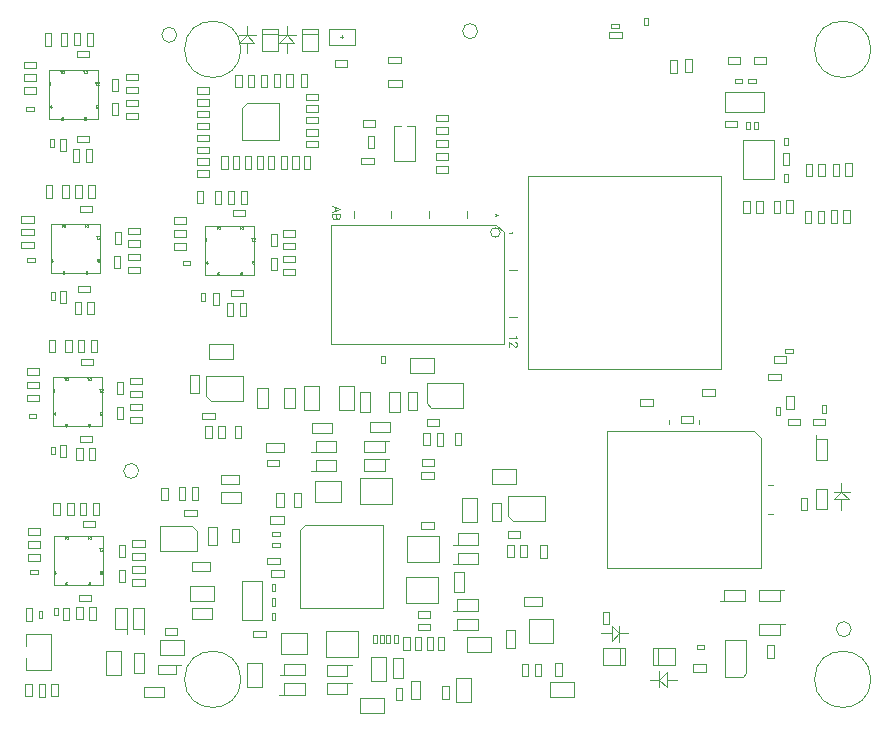
<source format=gbr>
%TF.GenerationSoftware,Altium Limited,Altium Designer,25.7.1 (20)*%
G04 Layer_Color=10517442*
%FSLAX45Y45*%
%MOMM*%
%TF.SameCoordinates,1AA72D45-9F13-4BD8-B423-63960E99F270*%
%TF.FilePolarity,Positive*%
%TF.FileFunction,Other,Top_Assembly*%
%TF.Part,Single*%
G01*
G75*
%TA.AperFunction,NonConductor*%
%ADD106C,0.05080*%
%ADD107C,0.00025*%
%ADD108C,0.02540*%
%ADD109C,0.02032*%
D106*
X4218483Y4184671D02*
G03*
X4218483Y4184671I-39999J0D01*
G01*
X4319050Y4184675D02*
X4320260Y4182257D01*
X4323887Y4178629D01*
X4298493D01*
X4349887Y3304667D02*
X4352910Y3298621D01*
X4361979Y3289551D01*
X4298493D01*
X4346863Y3255087D02*
X4349887D01*
X4355933Y3252064D01*
X4358956Y3249041D01*
X4361979Y3242995D01*
Y3230902D01*
X4358956Y3224856D01*
X4355933Y3221832D01*
X4349887Y3218809D01*
X4343840D01*
X4337794Y3221832D01*
X4328724Y3227879D01*
X4298493Y3258110D01*
Y3215786D01*
X4178478Y4325322D02*
X4203872Y4334996D01*
X4178478Y4344670D01*
X4186943Y4341042D02*
Y4328949D01*
X2798496Y4356294D02*
X2861982Y4380479D01*
X2798496Y4404665D01*
X2819658Y4395595D02*
Y4365364D01*
X2861982Y4341481D02*
X2798496D01*
X2861982D02*
Y4314272D01*
X2858959Y4305203D01*
X2855936Y4302180D01*
X2849890Y4299157D01*
X2843843D01*
X2837797Y4302180D01*
X2834774Y4305203D01*
X2831750Y4314272D01*
Y4341481D02*
Y4314272D01*
X2828727Y4305203D01*
X2825704Y4302180D01*
X2819658Y4299157D01*
X2810588D01*
X2804542Y4302180D01*
X2801519Y4305203D01*
X2798496Y4314272D01*
Y4341481D01*
D107*
X7358278Y400990D02*
G03*
X7358278Y400990I-238760J0D01*
G01*
X2024278D02*
G03*
X2024278Y400990I-238760J0D01*
G01*
Y5734990D02*
G03*
X2024278Y5734990I-238760J0D01*
G01*
X7358278D02*
G03*
X7358278Y5734990I-238760J0D01*
G01*
D108*
X1481074Y5858129D02*
G03*
X1481074Y5858129I-63500J0D01*
G01*
X4028440Y5889117D02*
G03*
X4028440Y5889117I-63500J0D01*
G01*
X1158646Y2165553D02*
G03*
X1158646Y2165553I-63500J0D01*
G01*
X7192188Y825449D02*
G03*
X7192188Y825449I-63500J0D01*
G01*
X2033448Y4967605D02*
X2343429D01*
Y5277587D01*
X2073427D02*
X2343429D01*
X2033448Y5237607D02*
X2073427Y5277587D01*
X2033448Y4967605D02*
Y5237607D01*
X4419727Y1095654D02*
X4572127D01*
Y1019454D02*
Y1095654D01*
X4419727Y1019454D02*
X4572127D01*
X4419727D02*
Y1095654D01*
X2010893Y2058543D02*
Y2134743D01*
X1858493D02*
X2010893D01*
X1858493Y2058543D02*
Y2134743D01*
Y2058543D02*
X2010893D01*
X4271874Y669519D02*
Y821919D01*
X4348074D01*
Y669519D02*
Y821919D01*
X4271874Y669519D02*
X4348074D01*
X3466998Y231140D02*
X3543198D01*
Y383540D01*
X3466998D02*
X3543198D01*
X3466998Y231140D02*
Y383540D01*
X3441598Y2680487D02*
Y2832887D01*
X3517798D01*
Y2680487D02*
Y2832887D01*
X3441598Y2680487D02*
X3517798D01*
X1590015Y2825547D02*
X1666215D01*
Y2977947D01*
X1590015D02*
X1666215D01*
X1590015Y2825547D02*
Y2977947D01*
X2234184Y2326005D02*
X2386584D01*
X2234184D02*
Y2402205D01*
X2386584D01*
Y2326005D02*
Y2402205D01*
X4147617Y1740129D02*
X4223817D01*
Y1892529D01*
X4147617D02*
X4223817D01*
X4147617Y1740129D02*
Y1892529D01*
X1606372Y1398346D02*
X1758772D01*
Y1322146D02*
Y1398346D01*
X1606372Y1322146D02*
X1758772D01*
X1606372D02*
Y1398346D01*
X1744523Y1687601D02*
X1820723D01*
X1744523Y1535201D02*
Y1687601D01*
Y1535201D02*
X1820723D01*
Y1687601D01*
X2076247Y336321D02*
Y539521D01*
X2203247D01*
Y336321D02*
Y539521D01*
X2076247Y336321D02*
X2203247D01*
X3034106Y112268D02*
Y239268D01*
Y112268D02*
X3237306D01*
Y239268D01*
X3034106D02*
X3237306D01*
X2075663Y336753D02*
Y539953D01*
X2202663D01*
Y336753D02*
Y539953D01*
X2075663Y336753D02*
X2202663D01*
X3036392Y112268D02*
Y239268D01*
Y112268D02*
X3239592D01*
Y239268D01*
X3036392D02*
X3239592D01*
X4638446Y379197D02*
X4841646D01*
Y252197D02*
Y379197D01*
X4638446Y252197D02*
X4841646D01*
X4638446D02*
Y379197D01*
X3127705Y591261D02*
X3254705D01*
X3127705Y388061D02*
Y591261D01*
Y388061D02*
X3254705D01*
Y591261D01*
X1339545Y605282D02*
X1542745D01*
X1339545D02*
Y732282D01*
X1542745D01*
Y605282D02*
Y732282D01*
X3842410Y205969D02*
X3969410D01*
Y409169D01*
X3842410D02*
X3969410D01*
X3842410Y205969D02*
Y409169D01*
X3454121Y2994457D02*
X3657321D01*
X3454121D02*
Y3121457D01*
X3657321D01*
Y2994457D02*
Y3121457D01*
X2556535Y2681478D02*
X2683535D01*
Y2884678D01*
X2556535D02*
X2683535D01*
X2556535Y2681478D02*
Y2884678D01*
X2853334Y2680462D02*
Y2883662D01*
X2980334D01*
Y2680462D02*
Y2883662D01*
X2853334Y2680462D02*
X2980334D01*
X883818Y438404D02*
X1010818D01*
Y641604D01*
X883818D02*
X1010818D01*
X883818Y438404D02*
Y641604D01*
X1752549Y3238424D02*
X1955749D01*
Y3111424D02*
Y3238424D01*
X1752549Y3111424D02*
X1955749D01*
X1752549D02*
Y3238424D01*
X1795958Y1061009D02*
Y1188009D01*
X1592758D02*
X1795958D01*
X1592758Y1061009D02*
Y1188009D01*
Y1061009D02*
X1795958D01*
X4147185Y2054860D02*
X4350385D01*
X4147185D02*
Y2181860D01*
X4350385D01*
Y2054860D02*
Y2181860D01*
X4143350Y631190D02*
Y758190D01*
X3940150D02*
X4143350D01*
X3940150Y631190D02*
Y758190D01*
Y631190D02*
X4143350D01*
X3893947Y1732788D02*
Y1935988D01*
X4020947D01*
Y1732788D02*
Y1935988D01*
X3893947Y1732788D02*
X4020947D01*
X6122391Y5207533D02*
X6457366D01*
Y5372532D01*
X6122391D02*
X6457366D01*
X6122391Y5207533D02*
Y5372532D01*
X2363699Y611861D02*
Y791845D01*
X2583713D01*
Y611861D02*
Y791845D01*
X2363699Y611861D02*
X2583713D01*
X3032125Y2103730D02*
X3302127D01*
X3032125Y1883715D02*
Y2103730D01*
Y1883715D02*
X3302127D01*
Y2103730D01*
X6222086Y5074285D02*
Y5125085D01*
X6120486D02*
X6222086D01*
X6120486Y5074285D02*
Y5125085D01*
Y5074285D02*
X6222086D01*
X5700497Y524993D02*
Y662153D01*
X5517617Y524993D02*
X5700497D01*
X5517617D02*
Y662153D01*
X5700497D01*
X5558257Y530073D02*
Y657073D01*
X5568417Y331953D02*
Y471653D01*
X5631917Y395453D02*
X5720817D01*
X5568417D02*
X5631917Y331953D01*
Y458953D01*
X5568417Y395453D02*
X5631917Y458953D01*
X5492217Y395453D02*
X5568417D01*
X6320892Y5448224D02*
Y5481244D01*
Y5448224D02*
X6383884D01*
Y5481244D01*
X6320892D02*
X6383884D01*
X2480056Y2700630D02*
Y2870606D01*
X2390038D02*
X2480056D01*
X2390038Y2700630D02*
X2480056D01*
X2390038D02*
Y2870606D01*
X2767686Y5907837D02*
X2987650D01*
Y5772658D02*
Y5907837D01*
X2767686Y5772658D02*
X2987650D01*
X2767686D02*
Y5907837D01*
X2864968Y5840247D02*
X2890368D01*
X2877668Y5827547D02*
Y5852947D01*
X6275934Y4964633D02*
X6535928D01*
X6275934Y4634636D02*
Y4964633D01*
Y4634636D02*
X6535928D01*
Y4964633D01*
X6298489Y450748D02*
Y738226D01*
X6123432D02*
X6298489D01*
X6123432Y423266D02*
Y738226D01*
Y423266D02*
X6273470D01*
X6298489Y450748D01*
X413360Y3839134D02*
X828345D01*
Y4254119D01*
X413360D02*
X828345D01*
X413360Y3839134D02*
Y4254119D01*
X2527452Y1006221D02*
X3227476D01*
Y1706245D01*
X2567457D02*
X3227476D01*
X2527452Y1666240D02*
X2567457Y1706245D01*
X2527452Y1006221D02*
Y1666240D01*
X5120945Y1344447D02*
Y2504465D01*
Y1344447D02*
X6430924D01*
Y2440965D01*
X6367424Y2504465D02*
X6430924Y2440965D01*
X5120945Y2504465D02*
X6367424D01*
X6485941Y1804467D02*
X6525946D01*
X6485941Y2044446D02*
X6525946D01*
X5900928Y2559456D02*
Y2599461D01*
X5650941Y2559456D02*
Y2599461D01*
X4464380Y707415D02*
X4669358D01*
Y912393D01*
X4464380D02*
X4669358D01*
X4464380Y707415D02*
Y912393D01*
X3907358Y2702077D02*
Y2912085D01*
X3597377D02*
X3907358D01*
X3597377Y2742082D02*
Y2912085D01*
Y2742082D02*
X3637356Y2702077D01*
X3907358D01*
X4454576Y4662399D02*
X6090082D01*
X4454576Y3026893D02*
Y4662399D01*
Y3026893D02*
X6090082D01*
Y4662399D01*
X3272104Y5412054D02*
Y5477078D01*
Y5412054D02*
X3387115D01*
Y5477078D01*
X3272104D02*
X3387115D01*
X1478432Y445414D02*
Y521411D01*
X1326439Y445414D02*
X1478432D01*
X1326439D02*
Y521411D01*
X1516431D01*
X6897446Y1839544D02*
Y2009521D01*
X6987464D01*
Y1839544D02*
Y2009521D01*
X6897446Y1839544D02*
X6987464D01*
X7107555Y1835633D02*
Y1924533D01*
X7044055Y1988033D02*
X7183755D01*
X7044055Y1924533D02*
X7107555Y1988033D01*
X7044055Y1924533D02*
X7171055D01*
X7107555Y1988033D02*
X7171055Y1924533D01*
X7107555Y1988033D02*
Y2064233D01*
X3319805Y4785411D02*
Y5090109D01*
Y4785411D02*
X3494811D01*
Y5090109D01*
X3432708D02*
X3494811D01*
X3319805D02*
X3381908D01*
X203581Y477774D02*
X413588D01*
X203581D02*
Y582752D01*
Y682777D02*
Y787756D01*
X413588D01*
Y477774D02*
Y787756D01*
X4298493Y3464662D02*
X4358488D01*
X4298493Y3864661D02*
X4358488D01*
X3938473Y4304665D02*
Y4364660D01*
X3618484Y4304665D02*
Y4364660D01*
X3298495Y4304665D02*
Y4364660D01*
X2978480Y4304665D02*
Y4364660D01*
X2788488Y4249674D02*
X4184980D01*
X4248480Y4186174D01*
Y3239668D02*
Y4186174D01*
X2788488Y3239668D02*
X4248480D01*
X2788488D02*
Y4249674D01*
X932256Y5383581D02*
X983056D01*
Y5485181D01*
X932256D02*
X983056D01*
X932256Y5383581D02*
Y5485181D01*
X436524Y2543480D02*
Y2958465D01*
X851510D01*
Y2543480D02*
Y2958465D01*
X436524Y2543480D02*
X851510D01*
X403301Y5141163D02*
X818286D01*
Y5556148D01*
X403301D02*
X818286D01*
X403301Y5141163D02*
Y5556148D01*
X438201Y1198499D02*
Y1613484D01*
X853186D01*
Y1198499D02*
Y1613484D01*
X438201Y1198499D02*
X853186D01*
X1724355Y3824072D02*
X2139340D01*
Y4239057D01*
X1724355D02*
X2139340D01*
X1724355Y3824072D02*
Y4239057D01*
X3626485Y922782D02*
Y977798D01*
X3521481D02*
X3626485D01*
X3521481Y922782D02*
Y977798D01*
Y922782D02*
X3626485D01*
X3553689Y2207362D02*
X3658692D01*
X3553689D02*
Y2262378D01*
X3658692D01*
Y2207362D02*
Y2262378D01*
X3657803Y2099742D02*
Y2154758D01*
X3552800D02*
X3657803D01*
X3552800Y2099742D02*
Y2154758D01*
Y2099742D02*
X3657803D01*
X3691230Y651383D02*
X3746246D01*
Y756387D01*
X3691230D02*
X3746246D01*
X3691230Y651383D02*
Y756387D01*
X2280895Y1323543D02*
X2385898D01*
Y1268527D02*
Y1323543D01*
X2280895Y1268527D02*
X2385898D01*
X2280895D02*
Y1323543D01*
X3656889Y1675105D02*
Y1730121D01*
X3551885D02*
X3656889D01*
X3551885Y1675105D02*
Y1730121D01*
Y1675105D02*
X3656889D01*
X2129307Y756666D02*
X2234311D01*
X2129307D02*
Y811682D01*
X2234311D01*
Y756666D02*
Y811682D01*
X6609969Y4859934D02*
X6664985D01*
X6609969Y4754931D02*
Y4859934D01*
Y4754931D02*
X6664985D01*
Y4859934D01*
X715112Y1790624D02*
Y1895627D01*
X660095Y1790624D02*
X715112D01*
X660095D02*
Y1895627D01*
X715112D01*
X271678Y4159301D02*
Y4214317D01*
X166675D02*
X271678D01*
X166675Y4159301D02*
Y4214317D01*
Y4159301D02*
X271678D01*
X724560Y3491840D02*
Y3596843D01*
X779577D01*
Y3491840D02*
Y3596843D01*
X724560Y3491840D02*
X779577D01*
X292100Y5357978D02*
Y5412994D01*
X187096D02*
X292100D01*
X187096Y5357978D02*
Y5412994D01*
Y5357978D02*
X292100D01*
X3273044Y5672887D02*
X3378048D01*
Y5617870D02*
Y5672887D01*
X3273044Y5617870D02*
X3378048D01*
X3273044D02*
Y5672887D01*
X270942Y4266438D02*
Y4321454D01*
X165938D02*
X270942D01*
X165938Y4266438D02*
Y4321454D01*
Y4266438D02*
X270942D01*
X4686656Y430759D02*
Y535762D01*
X4741672D01*
Y430759D02*
Y535762D01*
X4686656Y430759D02*
X4741672D01*
X770839Y1895119D02*
X825856D01*
X770839Y1790116D02*
Y1895119D01*
Y1790116D02*
X825856D01*
Y1895119D01*
X6820281Y1833042D02*
Y1938045D01*
X6765265Y1833042D02*
X6820281D01*
X6765265D02*
Y1938045D01*
X6820281D01*
X3521481Y815111D02*
Y870128D01*
Y815111D02*
X3626485D01*
Y870128D01*
X3521481D02*
X3626485D01*
X1607922Y1921967D02*
Y2026971D01*
X1662938D01*
Y1921967D02*
Y2026971D01*
X1607922Y1921967D02*
X1662938D01*
X4402811Y532003D02*
X4457827D01*
X4402811Y426999D02*
Y532003D01*
Y426999D02*
X4457827D01*
Y532003D01*
X166675Y4049065D02*
X271678D01*
X166675D02*
Y4104081D01*
X271678D01*
Y4049065D02*
Y4104081D01*
X498475Y5767299D02*
X553491D01*
Y5872302D01*
X498475D02*
X553491D01*
X498475Y5767299D02*
Y5872302D01*
X1499718Y1920342D02*
Y2025345D01*
X1554734D01*
Y1920342D02*
Y2025345D01*
X1499718Y1920342D02*
X1554734D01*
X510032Y4479366D02*
X565048D01*
Y4584370D01*
X510032D02*
X565048D01*
X510032Y4479366D02*
Y4584370D01*
X4569104Y427330D02*
Y532333D01*
X4514088Y427330D02*
X4569104D01*
X4514088D02*
Y532333D01*
X4569104D01*
X1804391Y4426483D02*
Y4531487D01*
X1859407D01*
Y4426483D02*
Y4531487D01*
X1804391Y4426483D02*
X1859407D01*
X2408453Y5418531D02*
X2463470D01*
Y5523535D01*
X2408453D02*
X2463470D01*
X2408453Y5418531D02*
Y5523535D01*
X1885594Y2440889D02*
Y2545893D01*
X1830578Y2440889D02*
X1885594D01*
X1830578D02*
Y2545893D01*
X1885594D01*
X3680841Y2485796D02*
X3735857D01*
X3680841Y2380793D02*
Y2485796D01*
Y2380793D02*
X3735857D01*
Y2485796D01*
X4446448Y1435049D02*
Y1540053D01*
X4391431Y1435049D02*
X4446448D01*
X4391431D02*
Y1540053D01*
X4446448D01*
X3676802Y5127828D02*
Y5182845D01*
Y5127828D02*
X3781806D01*
Y5182845D01*
X3676802D02*
X3781806D01*
X212573Y2756560D02*
X317576D01*
X212573D02*
Y2811577D01*
X317576D01*
Y2756560D02*
Y2811577D01*
X324790Y1404391D02*
Y1459408D01*
X219786D02*
X324790D01*
X219786Y1404391D02*
Y1459408D01*
Y1404391D02*
X324790D01*
X2557120Y4724654D02*
Y4829658D01*
X2612136D01*
Y4724654D02*
Y4829658D01*
X2557120Y4724654D02*
X2612136D01*
X2250110Y4722774D02*
X2305126D01*
Y4827778D01*
X2250110D02*
X2305126D01*
X2250110Y4722774D02*
Y4827778D01*
X2056232Y4723714D02*
Y4828718D01*
X2111248D01*
Y4723714D02*
Y4828718D01*
X2056232Y4723714D02*
X2111248D01*
X1754022Y5259476D02*
Y5314493D01*
X1649019D02*
X1754022D01*
X1649019Y5259476D02*
Y5314493D01*
Y5259476D02*
X1754022D01*
X1649019Y5058004D02*
X1754022D01*
X1649019D02*
Y5113020D01*
X1754022D01*
Y5058004D02*
Y5113020D01*
Y4957267D02*
Y5012284D01*
X1649019D02*
X1754022D01*
X1649019Y4957267D02*
Y5012284D01*
Y4957267D02*
X1754022D01*
X1649019Y4655058D02*
X1754022D01*
X1649019D02*
Y4710074D01*
X1754022D01*
Y4655058D02*
Y4710074D01*
X1956918Y4827880D02*
X2011934D01*
X1956918Y4722876D02*
Y4827880D01*
Y4722876D02*
X2011934D01*
Y4827880D01*
X3786124Y237871D02*
Y342875D01*
X3731108Y237871D02*
X3786124D01*
X3731108D02*
Y342875D01*
X3786124D01*
X751332Y3274009D02*
X806348D01*
X751332Y3169006D02*
Y3274009D01*
Y3169006D02*
X806348D01*
Y3274009D01*
X1649019Y5360213D02*
X1754022D01*
X1649019D02*
Y5415229D01*
X1754022D01*
Y5360213D02*
Y5415229D01*
X629564Y909396D02*
X684581D01*
Y1014400D01*
X629564D02*
X684581D01*
X629564Y909396D02*
Y1014400D01*
X4335704Y1433932D02*
Y1538935D01*
X4280687Y1433932D02*
X4335704D01*
X4280687D02*
Y1538935D01*
X4335704D01*
X1563675Y4036619D02*
Y4091635D01*
X1458671D02*
X1563675D01*
X1458671Y4036619D02*
Y4091635D01*
Y4036619D02*
X1563675D01*
X2532583Y5418531D02*
Y5523535D01*
X2587600D01*
Y5418531D02*
Y5523535D01*
X2532583Y5418531D02*
X2587600D01*
X1721917Y2545791D02*
X1776933D01*
X1721917Y2440788D02*
Y2545791D01*
Y2440788D02*
X1776933D01*
Y2545791D01*
X535356Y3169133D02*
Y3274136D01*
X590372D01*
Y3169133D02*
Y3274136D01*
X535356Y3169133D02*
X590372D01*
X3570351Y2485898D02*
X3625367D01*
X3570351Y2380894D02*
Y2485898D01*
Y2380894D02*
X3625367D01*
Y2485898D01*
X202336Y896341D02*
Y1001344D01*
X257353D01*
Y896341D02*
Y1001344D01*
X202336Y896341D02*
X257353D01*
X552679Y1790319D02*
X607695D01*
Y1895323D01*
X552679D02*
X607695D01*
X552679Y1790319D02*
Y1895323D01*
X6533896Y585191D02*
Y690194D01*
X6478880Y585191D02*
X6533896D01*
X6478880D02*
Y690194D01*
X6533896D01*
X1190269Y2570963D02*
Y2625979D01*
X1085266D02*
X1190269D01*
X1085266Y2570963D02*
Y2625979D01*
Y2570963D02*
X1190269D01*
X1104240Y1415085D02*
X1209243D01*
X1104240D02*
Y1470101D01*
X1209243D01*
Y1415085D02*
Y1470101D01*
Y1524305D02*
Y1579321D01*
X1104240D02*
X1209243D01*
X1104240Y1524305D02*
Y1579321D01*
Y1524305D02*
X1209243D01*
X787832Y4480458D02*
Y4585462D01*
X732815Y4480458D02*
X787832D01*
X732815D02*
Y4585462D01*
X787832D01*
X1949526Y1672057D02*
X2004543D01*
X1949526Y1567053D02*
Y1672057D01*
Y1567053D02*
X2004543D01*
Y1672057D01*
X3045003Y4762627D02*
X3150006D01*
X3045003D02*
Y4817643D01*
X3150006D01*
Y4762627D02*
Y4817643D01*
X3676802Y4801946D02*
Y4856963D01*
Y4801946D02*
X3781806D01*
Y4856963D01*
X3676802D02*
X3781806D01*
X3676802Y4966183D02*
X3781806D01*
Y4911166D02*
Y4966183D01*
X3676802Y4911166D02*
X3781806D01*
X3676802D02*
Y4966183D01*
X621817Y4584395D02*
X676834D01*
X621817Y4479392D02*
Y4584395D01*
Y4479392D02*
X676834D01*
Y4584395D01*
X2378862Y3933876D02*
X2483866D01*
X2378862D02*
Y3988892D01*
X2483866D01*
Y3933876D02*
Y3988892D01*
X2484577Y3822624D02*
Y3877640D01*
X2379574D02*
X2484577D01*
X2379574Y3822624D02*
Y3877640D01*
Y3822624D02*
X2484577D01*
X1104240Y1303325D02*
X1209243D01*
X1104240D02*
Y1358341D01*
X1209243D01*
Y1303325D02*
Y1358341D01*
Y1192073D02*
Y1247089D01*
X1104240D02*
X1209243D01*
X1104240Y1192073D02*
Y1247089D01*
Y1192073D02*
X1209243D01*
X199644Y257150D02*
Y362153D01*
X254660D01*
Y257150D02*
Y362153D01*
X199644Y257150D02*
X254660D01*
X312420Y255321D02*
X367436D01*
Y360324D01*
X312420D02*
X367436D01*
X312420Y255321D02*
Y360324D01*
X3337306Y224155D02*
Y329159D01*
X3392322D01*
Y224155D02*
Y329159D01*
X3337306Y224155D02*
X3392322D01*
X1380287Y779247D02*
Y834263D01*
Y779247D02*
X1485290D01*
Y834263D01*
X1380287D02*
X1485290D01*
X2245893Y5415991D02*
Y5520995D01*
X2190877Y5415991D02*
X2245893D01*
X2190877D02*
Y5520995D01*
X2245893D01*
X2242236Y2206447D02*
Y2261464D01*
Y2206447D02*
X2347239D01*
Y2261464D01*
X2242236D02*
X2347239D01*
X1066648Y4064381D02*
X1171651D01*
X1066648D02*
Y4119397D01*
X1171651D01*
Y4064381D02*
Y4119397D01*
X1172566Y4170147D02*
Y4225163D01*
X1067562D02*
X1172566D01*
X1067562Y4170147D02*
Y4225163D01*
Y4170147D02*
X1172566D01*
X616001Y3493008D02*
Y3598012D01*
X671017D01*
Y3493008D02*
Y3598012D01*
X616001Y3493008D02*
X671017D01*
X1172566Y3949421D02*
Y4004437D01*
X1067562D02*
X1172566D01*
X1067562Y3949421D02*
Y4004437D01*
Y3949421D02*
X1172566D01*
X1067562Y3839185D02*
X1172566D01*
X1067562D02*
Y3894201D01*
X1172566D01*
Y3839185D02*
Y3894201D01*
X1154862Y5362880D02*
Y5417896D01*
X1049858D02*
X1154862D01*
X1049858Y5362880D02*
Y5417896D01*
Y5362880D02*
X1154862D01*
X1049858Y5472100D02*
X1154862D01*
X1049858D02*
Y5527116D01*
X1154862D01*
Y5472100D02*
Y5527116D01*
X720674Y5872328D02*
X775691D01*
X720674Y5767324D02*
Y5872328D01*
Y5767324D02*
X775691D01*
Y5872328D01*
X666217Y5768797D02*
Y5873801D01*
X611200Y5768797D02*
X666217D01*
X611200D02*
Y5873801D01*
X666217D01*
X710159Y4784954D02*
X765175D01*
Y4889957D01*
X710159D02*
X765175D01*
X710159Y4784954D02*
Y4889957D01*
X602717Y4784496D02*
Y4889500D01*
X657733D01*
Y4784496D02*
Y4889500D01*
X602717Y4784496D02*
X657733D01*
X1154862Y5251628D02*
Y5306644D01*
X1049858D02*
X1154862D01*
X1049858Y5251628D02*
Y5306644D01*
Y5251628D02*
X1154862D01*
X1049858Y5142662D02*
X1154862D01*
X1049858D02*
Y5197678D01*
X1154862D01*
Y5142662D02*
Y5197678D01*
X2483891Y4041750D02*
Y4096766D01*
X2378888D02*
X2483891D01*
X2378888Y4041750D02*
Y4096766D01*
Y4041750D02*
X2483891D01*
X2378583Y4149192D02*
X2483587D01*
X2378583D02*
Y4204208D01*
X2483587D01*
Y4149192D02*
Y4204208D01*
X2023339Y4531487D02*
X2078355D01*
X2023339Y4426483D02*
Y4531487D01*
Y4426483D02*
X2078355D01*
Y4531487D01*
X1968881Y4426483D02*
Y4531487D01*
X1913865Y4426483D02*
X1968881D01*
X1913865D02*
Y4531487D01*
X1968881D01*
X2015566Y3478759D02*
X2070583D01*
Y3583762D01*
X2015566D02*
X2070583D01*
X2015566Y3478759D02*
Y3583762D01*
X740054Y907466D02*
Y1012469D01*
X795071D01*
Y907466D02*
Y1012469D01*
X740054Y907466D02*
X795071D01*
X1904568Y3479622D02*
X1959585D01*
Y3584626D01*
X1904568D02*
X1959585D01*
X1904568Y3479622D02*
Y3584626D01*
X1911198Y4722876D02*
Y4827880D01*
X1856181Y4722876D02*
X1911198D01*
X1856181D02*
Y4827880D01*
X1911198D01*
X1974748Y5520995D02*
X2029765D01*
X1974748Y5415991D02*
Y5520995D01*
Y5415991D02*
X2029765D01*
Y5520995D01*
X1649019Y4755794D02*
X1754022D01*
X1649019D02*
Y4810811D01*
X1754022D01*
Y4755794D02*
Y4810811D01*
Y4856531D02*
Y4911547D01*
X1649019D02*
X1754022D01*
X1649019Y4856531D02*
Y4911547D01*
Y4856531D02*
X1754022D01*
X1649019Y5158740D02*
X1754022D01*
X1649019D02*
Y5213756D01*
X1754022D01*
Y5158740D02*
Y5213756D01*
X2301926Y5523357D02*
X2356942D01*
X2301926Y5418353D02*
Y5523357D01*
Y5418353D02*
X2356942D01*
Y5523357D01*
X1403045Y1918614D02*
Y2023618D01*
X1348029Y1918614D02*
X1403045D01*
X1348029D02*
Y2023618D01*
X1403045D01*
X317297Y2978074D02*
Y3033090D01*
X212293D02*
X317297D01*
X212293Y2978074D02*
Y3033090D01*
Y2978074D02*
X317297D01*
X2213407Y4722876D02*
Y4827880D01*
X2158390Y4722876D02*
X2213407D01*
X2158390D02*
Y4827880D01*
X2213407D01*
X2359863D02*
X2414880D01*
X2359863Y4722876D02*
Y4827880D01*
Y4722876D02*
X2414880D01*
Y4827880D01*
X2515616Y4722876D02*
Y4827880D01*
X2460600Y4722876D02*
X2515616D01*
X2460600D02*
Y4827880D01*
X2515616D01*
X1190269Y2790419D02*
Y2845435D01*
X1085266D02*
X1190269D01*
X1085266Y2790419D02*
Y2845435D01*
Y2790419D02*
X1190269D01*
X1085266Y2900147D02*
X1190269D01*
X1085266D02*
Y2955163D01*
X1190269D01*
Y2900147D02*
Y2955163D01*
X643128Y3273704D02*
X698144D01*
X643128Y3168701D02*
Y3273704D01*
Y3168701D02*
X698144D01*
Y3273704D01*
X737413Y2257019D02*
Y2362022D01*
X792429D01*
Y2257019D02*
Y2362022D01*
X737413Y2257019D02*
X792429D01*
X628955Y2258339D02*
X683971D01*
Y2363343D01*
X628955D02*
X683971D01*
X628955Y2258339D02*
Y2363343D01*
X1085266Y2681199D02*
X1190269D01*
X1085266D02*
Y2736215D01*
X1190269D01*
Y2681199D02*
Y2736215D01*
X3160852Y5077689D02*
Y5132705D01*
X3055849D02*
X3160852D01*
X3055849Y5077689D02*
Y5132705D01*
Y5077689D02*
X3160852D01*
X3676802Y4745711D02*
X3781806D01*
Y4690694D02*
Y4745711D01*
X3676802Y4690694D02*
X3781806D01*
X3676802D02*
Y4745711D01*
Y5020132D02*
Y5075149D01*
Y5020132D02*
X3781806D01*
Y5075149D01*
X3676802D02*
X3781806D01*
X219227Y1514627D02*
X324231D01*
X219227D02*
Y1569644D01*
X324231D01*
Y1514627D02*
Y1569644D01*
X324129Y1624203D02*
Y1679219D01*
X219126D02*
X324129D01*
X219126Y1624203D02*
Y1679219D01*
Y1624203D02*
X324129D01*
X433807Y1791792D02*
Y1896796D01*
X488823D01*
Y1791792D02*
Y1896796D01*
X433807Y1791792D02*
X488823D01*
X370916Y4479138D02*
X425933D01*
Y4584141D01*
X370916D02*
X425933D01*
X370916Y4479138D02*
Y4584141D01*
X399059Y3168320D02*
Y3273323D01*
X454076D01*
Y3168320D02*
Y3273323D01*
X399059Y3168320D02*
X454076D01*
X292811Y5469382D02*
Y5524398D01*
X187808D02*
X292811D01*
X187808Y5469382D02*
Y5524398D01*
Y5469382D02*
X292811D01*
X187046Y5576519D02*
X292049D01*
X187046D02*
Y5631536D01*
X292049D01*
Y5576519D02*
Y5631536D01*
X364261Y5765724D02*
X419278D01*
Y5870727D01*
X364261D02*
X419278D01*
X364261Y5765724D02*
Y5870727D01*
X4559021Y1431747D02*
Y1536751D01*
X4614037D01*
Y1431747D02*
Y1536751D01*
X4559021Y1431747D02*
X4614037D01*
X1970786Y2442312D02*
X2025802D01*
Y2547315D01*
X1970786D02*
X2025802D01*
X1970786Y2442312D02*
Y2547315D01*
X2571953Y5305450D02*
X2676957D01*
X2571953D02*
Y5360467D01*
X2676957D01*
Y5305450D02*
Y5360467D01*
X2081936Y5520995D02*
X2136953D01*
X2081936Y5415991D02*
Y5520995D01*
Y5415991D02*
X2136953D01*
Y5520995D01*
X1458417Y4147871D02*
X1563421D01*
X1458417D02*
Y4202887D01*
X1563421D01*
Y4147871D02*
Y4202887D01*
X1563700Y4258488D02*
Y4313504D01*
X1458697D02*
X1563700D01*
X1458697Y4258488D02*
Y4313504D01*
Y4258488D02*
X1563700D01*
X1651508Y4432503D02*
Y4537507D01*
X1706524D01*
Y4432503D02*
Y4537507D01*
X1651508Y4432503D02*
X1706524D01*
X2821381Y5585485D02*
Y5640502D01*
Y5585485D02*
X2926385D01*
Y5640502D01*
X2821381D02*
X2926385D01*
X3834714Y2381148D02*
Y2486152D01*
X3889731D01*
Y2381148D02*
Y2486152D01*
X3834714Y2381148D02*
X3889731D01*
X316255Y2866034D02*
Y2921051D01*
X211252D02*
X316255D01*
X211252Y2866034D02*
Y2921051D01*
Y2866034D02*
X316255D01*
X3400069Y652399D02*
X3455086D01*
Y757403D01*
X3400069D02*
X3455086D01*
X3400069Y652399D02*
Y757403D01*
X3497580Y651739D02*
Y756742D01*
X3552596D01*
Y651739D02*
Y756742D01*
X3497580Y651739D02*
X3552596D01*
X7017664Y4371061D02*
X7072681D01*
X7017664Y4266057D02*
Y4371061D01*
Y4266057D02*
X7072681D01*
Y4371061D01*
X6963816Y4264127D02*
Y4369130D01*
X6908800Y4264127D02*
X6963816D01*
X6908800D02*
Y4369130D01*
X6963816D01*
X6277432Y4455058D02*
X6332449D01*
X6277432Y4350055D02*
Y4455058D01*
Y4350055D02*
X6332449D01*
Y4455058D01*
X5929452Y2801087D02*
X6034456D01*
X5929452D02*
Y2856103D01*
X6034456D01*
Y2801087D02*
Y2856103D01*
X6806286Y4766132D02*
X6861302D01*
X6806286Y4661129D02*
Y4766132D01*
Y4661129D02*
X6861302D01*
Y4766132D01*
X6967601Y4661103D02*
Y4766107D01*
X6912585Y4661103D02*
X6967601D01*
X6912585D02*
Y4766107D01*
X6967601D01*
X7143191Y4768647D02*
X7198208D01*
X7143191Y4663643D02*
Y4768647D01*
Y4663643D02*
X7198208D01*
Y4768647D01*
X7090664Y4661637D02*
Y4766640D01*
X7035648Y4661637D02*
X7090664D01*
X7035648D02*
Y4766640D01*
X7090664D01*
X6643497Y4455643D02*
X6698513D01*
X6643497Y4350639D02*
Y4455643D01*
Y4350639D02*
X6698513D01*
Y4455643D01*
X5407127Y2717800D02*
X5512130D01*
X5407127D02*
Y2772816D01*
X5512130D01*
Y2717800D02*
Y2772816D01*
X5749925Y2574290D02*
Y2629306D01*
Y2574290D02*
X5854929D01*
Y2629306D01*
X5749925D02*
X5854929D01*
X5086223Y972947D02*
X5141239D01*
X5086223Y867943D02*
Y972947D01*
Y867943D02*
X5141239D01*
Y972947D01*
X6535344Y3079826D02*
X6640347D01*
X6535344D02*
Y3134843D01*
X6640347D01*
Y3079826D02*
Y3134843D01*
X6595847Y2933040D02*
Y2988056D01*
X6490843D02*
X6595847D01*
X6490843Y2933040D02*
Y2988056D01*
Y2933040D02*
X6595847D01*
X3595827Y651713D02*
X3650844D01*
Y756717D01*
X3595827D02*
X3650844D01*
X3595827Y651713D02*
Y756717D01*
X2246833Y1430223D02*
X2351837D01*
Y1375207D02*
Y1430223D01*
X2246833Y1375207D02*
X2351837D01*
X2246833D02*
Y1430223D01*
X7123125Y4266844D02*
X7178142D01*
Y4371848D01*
X7123125D02*
X7178142D01*
X7123125Y4266844D02*
Y4371848D01*
X6799910Y4263492D02*
Y4368495D01*
X6854927D01*
Y4263492D02*
Y4368495D01*
X6799910Y4263492D02*
X6854927D01*
X6536182Y4349090D02*
X6591198D01*
Y4454093D01*
X6536182D02*
X6591198D01*
X6536182Y4349090D02*
Y4454093D01*
X6389472Y4349318D02*
Y4454322D01*
X6444488D01*
Y4349318D02*
Y4454322D01*
X6389472Y4349318D02*
X6444488D01*
X419303Y256108D02*
X474320D01*
Y361112D01*
X419303D02*
X474320D01*
X419303Y256108D02*
Y361112D01*
X2571953Y5058258D02*
X2676957D01*
Y5003241D02*
Y5058258D01*
X2571953Y5003241D02*
X2676957D01*
X2571953D02*
Y5058258D01*
Y5204714D02*
Y5259730D01*
Y5204714D02*
X2676957D01*
Y5259730D01*
X2571953D02*
X2676957D01*
X2572029Y5110607D02*
X2677033D01*
X2572029D02*
Y5165623D01*
X2677033D01*
Y5110607D02*
Y5165623D01*
X2678506Y4905807D02*
Y4960823D01*
X2573503D02*
X2678506D01*
X2573503Y4905807D02*
Y4960823D01*
Y4905807D02*
X2678506D01*
X6866915Y2553995D02*
X6971919D01*
X6866915D02*
Y2609012D01*
X6971919D01*
Y2553995D02*
Y2609012D01*
X6655181Y2553487D02*
Y2608504D01*
Y2553487D02*
X6760185D01*
Y2608504D01*
X6655181D02*
X6760185D01*
X5657520Y5537327D02*
Y5642331D01*
X5712536D01*
Y5537327D02*
Y5642331D01*
X5657520Y5537327D02*
X5712536D01*
X5785206Y5544261D02*
X5840222D01*
Y5649265D01*
X5785206D02*
X5840222D01*
X5785206Y5544261D02*
Y5649265D01*
X5143551Y5885129D02*
X5248554D01*
Y5830113D02*
Y5885129D01*
X5143551Y5830113D02*
X5248554D01*
X5143551D02*
Y5885129D01*
X6470193Y5612917D02*
Y5667934D01*
X6365189D02*
X6470193D01*
X6365189Y5612917D02*
Y5667934D01*
Y5612917D02*
X6470193D01*
X6146927Y5666181D02*
X6251931D01*
Y5611165D02*
Y5666181D01*
X6146927Y5611165D02*
X6251931D01*
X6146927D02*
Y5666181D01*
X3241015Y2321611D02*
Y2418131D01*
X3065755Y2321611D02*
X3241015D01*
X3065755D02*
Y2418131D01*
X3279115D01*
X3242894Y2168957D02*
Y2265477D01*
X3067634Y2168957D02*
X3242894D01*
X3067634D02*
Y2265477D01*
X3280994D01*
X3858285Y1378255D02*
Y1474775D01*
X4033545D01*
Y1378255D02*
Y1474775D01*
X3820185Y1378255D02*
X4033545D01*
X3858285Y1540815D02*
Y1637335D01*
X4033545D01*
Y1540815D02*
Y1637335D01*
X3820185Y1540815D02*
X4033545D01*
X3856787Y818794D02*
Y915314D01*
X4032047D01*
Y818794D02*
Y915314D01*
X3818687Y818794D02*
X4032047D01*
X3856787Y981354D02*
Y1077874D01*
X4032047D01*
Y981354D02*
Y1077874D01*
X3818687Y981354D02*
X4032047D01*
X2925343Y426720D02*
Y523240D01*
X2750083Y426720D02*
X2925343D01*
X2750083D02*
Y523240D01*
X2963443D01*
X2925597Y276454D02*
Y372974D01*
X2750337Y276454D02*
X2925597D01*
X2750337D02*
Y372974D01*
X2963697D01*
X2388845Y272186D02*
Y368706D01*
X2564105D01*
Y272186D02*
Y368706D01*
X2350745Y272186D02*
X2564105D01*
X2391893Y435762D02*
Y532282D01*
X2567153D01*
Y435762D02*
Y532282D01*
X2353793Y435762D02*
X2567153D01*
X2657577Y2165756D02*
Y2262276D01*
X2832837D01*
Y2165756D02*
Y2262276D01*
X2619477Y2165756D02*
X2832837D01*
X2656307Y2326030D02*
Y2422550D01*
X2831567D01*
Y2326030D02*
Y2422550D01*
X2618207Y2326030D02*
X2831567D01*
X960958Y827126D02*
X1057478D01*
X960958D02*
Y1002386D01*
X1057478D01*
Y789026D02*
Y1002386D01*
X1109624Y826364D02*
X1206144D01*
X1109624D02*
Y1001624D01*
X1206144D01*
Y788264D02*
Y1001624D01*
X6588582Y1062203D02*
Y1158723D01*
X6413322Y1062203D02*
X6588582D01*
X6413322D02*
Y1158723D01*
X6626682D01*
X6590284Y772922D02*
Y869442D01*
X6415024Y772922D02*
X6590284D01*
X6415024D02*
Y869442D01*
X6628384D01*
X6891274Y2433574D02*
X6987794D01*
Y2258314D02*
Y2433574D01*
X6891274Y2258314D02*
X6987794D01*
X6891274D02*
Y2471674D01*
X6118631Y1062025D02*
Y1158545D01*
X6293891D01*
Y1062025D02*
Y1158545D01*
X6080531Y1062025D02*
X6293891D01*
X3116021Y2581605D02*
X3285998D01*
X3116021Y2491588D02*
Y2581605D01*
X3285998Y2491588D02*
Y2581605D01*
X3116021Y2491588D02*
X3285998D01*
X2626589Y2484730D02*
X2796565D01*
Y2574747D01*
X2626589Y2484730D02*
Y2574747D01*
X2796565D01*
X3121533Y2664511D02*
Y2834488D01*
X3031515D02*
X3121533D01*
X3031515Y2664511D02*
X3121533D01*
X3031515D02*
Y2834488D01*
X1607642Y1001446D02*
X1777619D01*
X1607642Y911428D02*
Y1001446D01*
X1777619Y911428D02*
Y1001446D01*
X1607642Y911428D02*
X1777619D01*
X1853057Y1986534D02*
X2023034D01*
X1853057Y1896516D02*
Y1986534D01*
X2023034Y1896516D02*
Y1986534D01*
X1853057Y1896516D02*
X2023034D01*
X1207262Y451790D02*
Y621767D01*
X1117244D02*
X1207262D01*
X1117244Y451790D02*
X1207262D01*
X1117244D02*
Y621767D01*
X2164791Y2701595D02*
Y2871572D01*
Y2701595D02*
X2254809D01*
X2164791Y2871572D02*
X2254809D01*
Y2701595D02*
Y2871572D01*
X3277972Y2667813D02*
Y2837790D01*
Y2667813D02*
X3367989D01*
X3277972Y2837790D02*
X3367989D01*
Y2667813D02*
Y2837790D01*
X1207211Y338049D02*
X1377188D01*
X1207211Y248031D02*
Y338049D01*
X1377188Y248031D02*
Y338049D01*
X1207211Y248031D02*
X1377188D01*
X3309925Y408864D02*
Y578841D01*
Y408864D02*
X3399942D01*
X3309925Y578841D02*
X3399942D01*
Y408864D02*
Y578841D01*
X3824554Y1142619D02*
Y1312596D01*
Y1142619D02*
X3914572D01*
X3824554Y1312596D02*
X3914572D01*
Y1142619D02*
Y1312596D01*
X6266536Y5446827D02*
Y5479847D01*
X6203544D02*
X6266536D01*
X6203544Y5446827D02*
Y5479847D01*
Y5446827D02*
X6266536D01*
X2283689Y1147115D02*
X2316709D01*
Y1210107D01*
X2283689D02*
X2316709D01*
X2283689Y1147115D02*
Y1210107D01*
X2283536Y962254D02*
X2316556D01*
X2283536Y899262D02*
Y962254D01*
Y899262D02*
X2316556D01*
Y962254D01*
X6621348Y4922317D02*
X6654368D01*
Y4985309D01*
X6621348D02*
X6654368D01*
X6621348Y4922317D02*
Y4985309D01*
X6620789Y4678147D02*
X6653809D01*
X6620789Y4615155D02*
Y4678147D01*
Y4615155D02*
X6653809D01*
Y4678147D01*
X5159502Y5918606D02*
Y5951626D01*
Y5918606D02*
X5222494D01*
Y5951626D01*
X5159502D02*
X5222494D01*
X6370803Y5120615D02*
X6403823D01*
X6370803Y5057623D02*
Y5120615D01*
Y5057623D02*
X6403823D01*
Y5120615D01*
X6302502Y5057826D02*
X6335522D01*
Y5120818D01*
X6302502D02*
X6335522D01*
X6302502Y5057826D02*
Y5120818D01*
X3145104Y710844D02*
X3178124D01*
Y773836D01*
X3145104D02*
X3178124D01*
X3145104Y710844D02*
Y773836D01*
X2283816Y1087323D02*
X2316836D01*
X2283816Y1024331D02*
Y1087323D01*
Y1024331D02*
X2316836D01*
Y1087323D01*
X3212871Y3076016D02*
X3245891D01*
Y3139008D01*
X3212871D02*
X3245891D01*
X3212871Y3076016D02*
Y3139008D01*
X2353310Y1614272D02*
Y1647292D01*
X2290318D02*
X2353310D01*
X2290318Y1614272D02*
Y1647292D01*
Y1614272D02*
X2353310D01*
X417398Y3679698D02*
X450418D01*
X417398Y3616706D02*
Y3679698D01*
Y3616706D02*
X450418D01*
Y3679698D01*
X280543Y3931564D02*
Y3964584D01*
X217551D02*
X280543D01*
X217551Y3931564D02*
Y3964584D01*
Y3931564D02*
X280543D01*
X3256686Y711479D02*
X3289706D01*
Y774471D01*
X3256686D02*
X3289706D01*
X3256686Y711479D02*
Y774471D01*
X2353488Y1521536D02*
Y1554556D01*
X2290496D02*
X2353488D01*
X2290496Y1521536D02*
Y1554556D01*
Y1521536D02*
X2353488D01*
X6697345Y3165399D02*
Y3198419D01*
X6634353D02*
X6697345D01*
X6634353Y3165399D02*
Y3198419D01*
Y3165399D02*
X6697345D01*
X6556477Y2641956D02*
X6589497D01*
Y2704948D01*
X6556477D02*
X6589497D01*
X6556477Y2641956D02*
Y2704948D01*
X6941287Y2659507D02*
X6974307D01*
Y2722499D01*
X6941287D02*
X6974307D01*
X6941287Y2659507D02*
Y2722499D01*
X311125Y919658D02*
X344145D01*
Y982650D01*
X311125D02*
X344145D01*
X311125Y919658D02*
Y982650D01*
X292481Y2615794D02*
Y2648814D01*
X229489D02*
X292481D01*
X229489Y2615794D02*
Y2648814D01*
Y2615794D02*
X292481D01*
X415544Y2372284D02*
X448564D01*
X415544Y2309292D02*
Y2372284D01*
Y2309292D02*
X448564D01*
Y2372284D01*
X444856Y1008253D02*
X477876D01*
X444856Y945261D02*
Y1008253D01*
Y945261D02*
X477876D01*
Y1008253D01*
X271755Y5215915D02*
Y5248935D01*
X208763D02*
X271755D01*
X208763Y5215915D02*
Y5248935D01*
Y5215915D02*
X271755D01*
X305206Y1290269D02*
Y1323289D01*
X242214D02*
X305206D01*
X242214Y1290269D02*
Y1323289D01*
Y1290269D02*
X305206D01*
X410312Y4973117D02*
X443332D01*
X410312Y4910125D02*
Y4973117D01*
Y4910125D02*
X443332D01*
Y4973117D01*
X1597660Y3912540D02*
Y3945560D01*
X1534668D02*
X1597660D01*
X1534668Y3912540D02*
Y3945560D01*
Y3912540D02*
X1597660D01*
X1685798Y3670732D02*
X1718818D01*
X1685798Y3607740D02*
Y3670732D01*
Y3607740D02*
X1718818D01*
Y3670732D01*
X5948883Y659028D02*
Y692048D01*
X5885891D02*
X5948883D01*
X5885891Y659028D02*
Y692048D01*
Y659028D02*
X5948883D01*
X3319501Y711098D02*
X3352521D01*
Y774090D01*
X3319501D02*
X3352521D01*
X3319501Y711098D02*
Y774090D01*
X3199409Y711200D02*
X3232429D01*
Y774192D01*
X3199409D02*
X3232429D01*
X3199409Y711200D02*
Y774192D01*
X5439994Y6003874D02*
X5473014D01*
X5439994Y5940882D02*
Y6003874D01*
Y5940882D02*
X5473014D01*
Y6003874D01*
X5094351Y524942D02*
Y662102D01*
X5277231D01*
Y524942D02*
Y662102D01*
X5094351Y524942D02*
X5277231D01*
X5236591Y530022D02*
Y657022D01*
X5226431Y715442D02*
Y855142D01*
X5074031Y791642D02*
X5162931D01*
Y855142D02*
X5226431Y791642D01*
X5162931Y728142D02*
Y855142D01*
Y728142D02*
X5226431Y791642D01*
X5302631D01*
X2202155Y5720969D02*
X2339315D01*
X2202155D02*
Y5903849D01*
X2339315D01*
Y5720969D02*
Y5903849D01*
X2207235Y5863209D02*
X2334235D01*
X2009115Y5853049D02*
X2148815D01*
X2072615Y5700649D02*
Y5789549D01*
X2009115D02*
X2072615Y5853049D01*
X2009115Y5789549D02*
X2136115D01*
X2072615Y5853049D02*
X2136115Y5789549D01*
X2072615Y5853049D02*
Y5929249D01*
X2542438Y5720969D02*
X2679598D01*
X2542438D02*
Y5903849D01*
X2679598D01*
Y5720969D02*
Y5903849D01*
X2547518Y5863209D02*
X2674518D01*
X2349398Y5853049D02*
X2489098D01*
X2412898Y5700649D02*
Y5789549D01*
X2349398D02*
X2412898Y5853049D01*
X2349398Y5789549D02*
X2476398D01*
X2412898Y5853049D02*
X2476398Y5789549D01*
X2412898Y5853049D02*
Y5929249D01*
X494106Y3688029D02*
X544906D01*
X494106Y3586429D02*
Y3688029D01*
Y3586429D02*
X544906D01*
Y3688029D01*
X3099816Y5002809D02*
X3150616D01*
X3099816Y4901209D02*
Y5002809D01*
Y4901209D02*
X3150616D01*
Y5002809D01*
X1785341Y3675761D02*
X1836141D01*
X1785341Y3574161D02*
Y3675761D01*
Y3574161D02*
X1836141D01*
Y3675761D01*
X494792Y2383536D02*
X545592D01*
X494792Y2281936D02*
Y2383536D01*
Y2281936D02*
X545592D01*
Y2383536D01*
X521310Y1006246D02*
X572110D01*
X521310Y904646D02*
Y1006246D01*
Y904646D02*
X572110D01*
Y1006246D01*
X489052Y4974819D02*
X539852D01*
X489052Y4873219D02*
Y4974819D01*
Y4873219D02*
X539852D01*
Y4974819D01*
X3428619Y1616964D02*
X3698621D01*
X3428619Y1396949D02*
Y1616964D01*
Y1396949D02*
X3698621D01*
Y1616964D01*
X3426206Y1264056D02*
X3696208D01*
X3426206Y1044042D02*
Y1264056D01*
Y1044042D02*
X3696208D01*
Y1264056D01*
X2742844Y807314D02*
X3012846D01*
X2742844Y587299D02*
Y807314D01*
Y587299D02*
X3012846D01*
Y807314D01*
X2649982Y1901749D02*
Y2081733D01*
X2869997D01*
Y1901749D02*
Y2081733D01*
X2649982Y1901749D02*
X2869997D01*
X2199234Y901217D02*
Y1236193D01*
X2034235D02*
X2199234D01*
X2034235Y901217D02*
Y1236193D01*
Y901217D02*
X2199234D01*
X952602Y3985590D02*
X1003402D01*
X952602Y3883990D02*
Y3985590D01*
Y3883990D02*
X1003402D01*
Y3985590D01*
X747141Y3683076D02*
Y3733876D01*
X645541D02*
X747141D01*
X645541Y3683076D02*
Y3733876D01*
Y3683076D02*
X747141D01*
X792709Y1689887D02*
Y1740687D01*
X691109D02*
X792709D01*
X691109Y1689887D02*
Y1740687D01*
Y1689887D02*
X792709D01*
X955167Y4086606D02*
X1005967D01*
Y4188206D01*
X955167D02*
X1005967D01*
X955167Y4086606D02*
Y4188206D01*
X761136Y2409215D02*
Y2460015D01*
X659536D02*
X761136D01*
X659536Y2409215D02*
Y2460015D01*
Y2409215D02*
X761136D01*
X975893Y2706903D02*
X1026693D01*
X975893Y2605303D02*
Y2706903D01*
Y2605303D02*
X1026693D01*
Y2706903D01*
X990600Y1434033D02*
X1041400D01*
Y1535633D01*
X990600D02*
X1041400D01*
X990600Y1434033D02*
Y1535633D01*
X767080Y4355160D02*
Y4405960D01*
X665480D02*
X767080D01*
X665480Y4355160D02*
Y4405960D01*
Y4355160D02*
X767080D01*
X2278050Y3967023D02*
X2328850D01*
X2278050Y3865423D02*
Y3967023D01*
Y3865423D02*
X2328850D01*
Y3967023D01*
X775462Y3059786D02*
Y3110586D01*
X673862D02*
X775462D01*
X673862Y3059786D02*
Y3110586D01*
Y3059786D02*
X775462D01*
X991311Y1330300D02*
X1042111D01*
X991311Y1228700D02*
Y1330300D01*
Y1228700D02*
X1042111D01*
Y1330300D01*
X974877Y2813380D02*
X1025677D01*
Y2914980D01*
X974877D02*
X1025677D01*
X974877Y2813380D02*
Y2914980D01*
X757149Y1066597D02*
Y1117397D01*
X655549D02*
X757149D01*
X655549Y1066597D02*
Y1117397D01*
Y1066597D02*
X757149D01*
X2044675Y3646602D02*
Y3697402D01*
X1943075D02*
X2044675D01*
X1943075Y3646602D02*
Y3697402D01*
Y3646602D02*
X2044675D01*
X2058924Y4322293D02*
Y4373093D01*
X1957324D02*
X2058924D01*
X1957324Y4322293D02*
Y4373093D01*
Y4322293D02*
X2058924D01*
X2276043Y4066591D02*
X2326843D01*
Y4168191D01*
X2276043D02*
X2326843D01*
X2276043Y4066591D02*
Y4168191D01*
X931570Y5278857D02*
X982370D01*
X931570Y5177257D02*
Y5278857D01*
Y5177257D02*
X982370D01*
Y5278857D01*
X734797Y4949647D02*
Y5000447D01*
X633197D02*
X734797D01*
X633197Y4949647D02*
Y5000447D01*
Y4949647D02*
X734797D01*
X741705Y5667604D02*
Y5718404D01*
X640105D02*
X741705D01*
X640105Y5667604D02*
Y5718404D01*
Y5667604D02*
X741705D01*
X5962955Y466776D02*
Y531800D01*
X5847944D02*
X5962955D01*
X5847944Y466776D02*
Y531800D01*
Y466776D02*
X5962955D01*
X6642760Y2804084D02*
X6707784D01*
X6642760Y2689073D02*
Y2804084D01*
Y2689073D02*
X6707784D01*
Y2804084D01*
X2322297Y1861185D02*
X2387321D01*
Y1976196D01*
X2322297D02*
X2387321D01*
X2322297Y1861185D02*
Y1976196D01*
X2388286Y1720393D02*
Y1785417D01*
X2273275D02*
X2388286D01*
X2273275Y1720393D02*
Y1785417D01*
Y1720393D02*
X2388286D01*
X2471776Y1863522D02*
X2536800D01*
Y1978533D01*
X2471776D02*
X2536800D01*
X2471776Y1863522D02*
Y1978533D01*
X1770126Y2761259D02*
X2040128D01*
X1730146Y2801264D02*
X1770126Y2761259D01*
X1730146Y2801264D02*
Y2971267D01*
X2040128D01*
Y2761259D02*
Y2971267D01*
X4597502Y1741703D02*
Y1951711D01*
X4287520D02*
X4597502D01*
X4287520Y1781708D02*
Y1951711D01*
Y1781708D02*
X4327500Y1741703D01*
X4597502D01*
X1341907Y1697126D02*
X1611909D01*
X1651889Y1657121D01*
Y1487119D02*
Y1657121D01*
X1341907Y1487119D02*
X1651889D01*
X1341907D02*
Y1697126D01*
X3597707Y2547163D02*
Y2602179D01*
Y2547163D02*
X3702710D01*
Y2602179D01*
X3597707D02*
X3702710D01*
X1696568Y2604491D02*
X1801571D01*
X1696568D02*
Y2659507D01*
X1801571D01*
Y2604491D02*
Y2659507D01*
X4391330Y1599844D02*
Y1654861D01*
X4286326D02*
X4391330D01*
X4286326Y1599844D02*
Y1654861D01*
Y1599844D02*
X4391330D01*
X1546352Y1783563D02*
X1651356D01*
X1546352D02*
Y1838579D01*
X1651356D01*
Y1783563D02*
Y1838579D01*
D109*
X503022Y4251994D02*
X505440Y4253204D01*
X509068Y4256831D01*
Y4231437D01*
X536156Y4253204D02*
X534946Y4255622D01*
X531318Y4256831D01*
X528900D01*
X525272Y4255622D01*
X522854Y4251994D01*
X521644Y4245948D01*
Y4239902D01*
X522854Y4235065D01*
X525272Y4232646D01*
X528900Y4231437D01*
X530109D01*
X533737Y4232646D01*
X536156Y4235065D01*
X537365Y4238692D01*
Y4239902D01*
X536156Y4243529D01*
X533737Y4245948D01*
X530109Y4247157D01*
X528900D01*
X525272Y4245948D01*
X522854Y4243529D01*
X521644Y4239902D01*
X698043Y4251994D02*
X700461Y4253204D01*
X704089Y4256831D01*
Y4231437D01*
X719084Y4256831D02*
X732386D01*
X725130Y4247157D01*
X728758D01*
X731177Y4245948D01*
X732386Y4244739D01*
X733595Y4241111D01*
Y4238692D01*
X732386Y4235065D01*
X729968Y4232646D01*
X726340Y4231437D01*
X722712D01*
X719084Y4232646D01*
X717875Y4233855D01*
X716666Y4236274D01*
X798043Y4151994D02*
X800461Y4153204D01*
X804089Y4156832D01*
Y4131437D01*
X817875Y4150785D02*
Y4151994D01*
X819084Y4154413D01*
X820293Y4155622D01*
X822712Y4156832D01*
X827549D01*
X829967Y4155622D01*
X831177Y4154413D01*
X832386Y4151994D01*
Y4149576D01*
X831177Y4147158D01*
X828758Y4143530D01*
X816665Y4131437D01*
X833595D01*
X823923Y3953345D02*
X822714Y3949718D01*
X820295Y3947299D01*
X816667Y3946090D01*
X815458D01*
X811830Y3947299D01*
X809412Y3949718D01*
X808203Y3953345D01*
Y3954555D01*
X809412Y3958183D01*
X811830Y3960601D01*
X815458Y3961810D01*
X816667D01*
X820295Y3960601D01*
X822714Y3958183D01*
X823923Y3953345D01*
Y3947299D01*
X822714Y3941253D01*
X820295Y3937625D01*
X816667Y3936416D01*
X814249D01*
X810621Y3937625D01*
X809412Y3940044D01*
X714249Y3861811D02*
X710621Y3860601D01*
X709412Y3858183D01*
Y3855764D01*
X710621Y3853346D01*
X713040Y3852137D01*
X717877Y3850927D01*
X721505Y3849718D01*
X723923Y3847299D01*
X725132Y3844881D01*
Y3841253D01*
X723923Y3838835D01*
X722714Y3837625D01*
X719086Y3836416D01*
X714249D01*
X710621Y3837625D01*
X709412Y3838835D01*
X708203Y3841253D01*
Y3844881D01*
X709412Y3847299D01*
X711831Y3849718D01*
X715458Y3850927D01*
X720295Y3852137D01*
X722714Y3853346D01*
X723923Y3855764D01*
Y3858183D01*
X722714Y3860601D01*
X719086Y3861811D01*
X714249D01*
X527693D02*
X515600D01*
X514391Y3850927D01*
X515600Y3852137D01*
X519228Y3853346D01*
X522856D01*
X526484Y3852137D01*
X528902Y3849718D01*
X530111Y3846090D01*
Y3843672D01*
X528902Y3840044D01*
X526484Y3837625D01*
X522856Y3836416D01*
X519228D01*
X515600Y3837625D01*
X514391Y3838835D01*
X513182Y3841253D01*
X425274Y3961810D02*
X413182Y3944881D01*
X431321D01*
X425274Y3961810D02*
Y3936416D01*
X413182Y4151994D02*
X415600Y4153204D01*
X419228Y4156832D01*
Y4131437D01*
X436347Y2856340D02*
X438765Y2857550D01*
X442393Y2861178D01*
Y2835783D01*
X448439Y2666156D02*
X436347Y2649227D01*
X454486D01*
X448439Y2666156D02*
Y2640762D01*
X550858Y2566157D02*
X538765D01*
X537556Y2555273D01*
X538765Y2556483D01*
X542393Y2557692D01*
X546020D01*
X549648Y2556483D01*
X552067Y2554064D01*
X553276Y2550436D01*
Y2548018D01*
X552067Y2544390D01*
X549648Y2541971D01*
X546020Y2540762D01*
X542393D01*
X538765Y2541971D01*
X537556Y2543181D01*
X536346Y2545599D01*
X737414Y2566157D02*
X733786Y2564947D01*
X732577Y2562529D01*
Y2560110D01*
X733786Y2557692D01*
X736205Y2556483D01*
X741042Y2555273D01*
X744670Y2554064D01*
X747088Y2551645D01*
X748297Y2549227D01*
Y2545599D01*
X747088Y2543181D01*
X745879Y2541971D01*
X742251Y2540762D01*
X737414D01*
X733786Y2541971D01*
X732577Y2543181D01*
X731368Y2545599D01*
Y2549227D01*
X732577Y2551645D01*
X734995Y2554064D01*
X738623Y2555273D01*
X743460Y2556483D01*
X745879Y2557692D01*
X747088Y2560110D01*
Y2562529D01*
X745879Y2564947D01*
X742251Y2566157D01*
X737414D01*
X847088Y2657691D02*
X845879Y2654064D01*
X843460Y2651645D01*
X839832Y2650436D01*
X838623D01*
X834995Y2651645D01*
X832577Y2654064D01*
X831367Y2657691D01*
Y2658901D01*
X832577Y2662529D01*
X834995Y2664947D01*
X838623Y2666156D01*
X839832D01*
X843460Y2664947D01*
X845879Y2662529D01*
X847088Y2657691D01*
Y2651645D01*
X845879Y2645599D01*
X843460Y2641971D01*
X839832Y2640762D01*
X837414D01*
X833786Y2641971D01*
X832577Y2644390D01*
X821207Y2856340D02*
X823626Y2857550D01*
X827254Y2861178D01*
Y2835783D01*
X841039Y2855131D02*
Y2856340D01*
X842249Y2858759D01*
X843458Y2859968D01*
X845876Y2861178D01*
X850714D01*
X853132Y2859968D01*
X854341Y2858759D01*
X855551Y2856340D01*
Y2853922D01*
X854341Y2851504D01*
X851923Y2847876D01*
X839830Y2835783D01*
X856760D01*
X721208Y2956340D02*
X723626Y2957550D01*
X727254Y2961177D01*
Y2935783D01*
X742249Y2961177D02*
X755551D01*
X748295Y2951503D01*
X751923D01*
X754342Y2950294D01*
X755551Y2949085D01*
X756760Y2945457D01*
Y2943038D01*
X755551Y2939411D01*
X753132Y2936992D01*
X749504Y2935783D01*
X745877D01*
X742249Y2936992D01*
X741040Y2938201D01*
X739830Y2940620D01*
X526186Y2956340D02*
X528605Y2957550D01*
X532233Y2961177D01*
Y2935783D01*
X559320Y2957550D02*
X558111Y2959968D01*
X554483Y2961177D01*
X552065D01*
X548437Y2959968D01*
X546018Y2956340D01*
X544809Y2950294D01*
Y2944248D01*
X546018Y2939411D01*
X548437Y2936992D01*
X552065Y2935783D01*
X553274D01*
X556902Y2936992D01*
X559320Y2939411D01*
X560530Y2943038D01*
Y2944248D01*
X559320Y2947875D01*
X556902Y2950294D01*
X553274Y2951503D01*
X552065D01*
X548437Y2950294D01*
X546018Y2947875D01*
X544809Y2944248D01*
X492963Y5554024D02*
X495382Y5555233D01*
X499009Y5558861D01*
Y5533466D01*
X526097Y5555233D02*
X524888Y5557652D01*
X521260Y5558861D01*
X518841D01*
X515214Y5557652D01*
X512795Y5554024D01*
X511586Y5547977D01*
Y5541931D01*
X512795Y5537094D01*
X515214Y5534675D01*
X518841Y5533466D01*
X520051D01*
X523679Y5534675D01*
X526097Y5537094D01*
X527307Y5540722D01*
Y5541931D01*
X526097Y5545559D01*
X523679Y5547977D01*
X520051Y5549187D01*
X518841D01*
X515214Y5547977D01*
X512795Y5545559D01*
X511586Y5541931D01*
X687984Y5554024D02*
X690403Y5555233D01*
X694031Y5558861D01*
Y5533466D01*
X709026Y5558861D02*
X722328D01*
X715072Y5549187D01*
X718700D01*
X721118Y5547977D01*
X722328Y5546768D01*
X723537Y5543140D01*
Y5540722D01*
X722328Y5537094D01*
X719909Y5534675D01*
X716281Y5533466D01*
X712653D01*
X709026Y5534675D01*
X707816Y5535885D01*
X706607Y5538303D01*
X787984Y5454024D02*
X790403Y5455233D01*
X794030Y5458861D01*
Y5433466D01*
X807816Y5452815D02*
Y5454024D01*
X809026Y5456442D01*
X810235Y5457652D01*
X812653Y5458861D01*
X817490D01*
X819909Y5457652D01*
X821118Y5456442D01*
X822328Y5454024D01*
Y5451605D01*
X821118Y5449187D01*
X818700Y5445559D01*
X806607Y5433466D01*
X823537D01*
X813865Y5255375D02*
X812655Y5251747D01*
X810237Y5249329D01*
X806609Y5248119D01*
X805400D01*
X801772Y5249329D01*
X799353Y5251747D01*
X798144Y5255375D01*
Y5256584D01*
X799353Y5260212D01*
X801772Y5262631D01*
X805400Y5263840D01*
X806609D01*
X810237Y5262631D01*
X812655Y5260212D01*
X813865Y5255375D01*
Y5249329D01*
X812655Y5243282D01*
X810237Y5239654D01*
X806609Y5238445D01*
X804190D01*
X800563Y5239654D01*
X799353Y5242073D01*
X704191Y5163840D02*
X700563Y5162631D01*
X699354Y5160212D01*
Y5157794D01*
X700563Y5155375D01*
X702982Y5154166D01*
X707818Y5152957D01*
X711446Y5151747D01*
X713865Y5149329D01*
X715074Y5146910D01*
Y5143283D01*
X713865Y5140864D01*
X712656Y5139655D01*
X709028Y5138445D01*
X704191D01*
X700563Y5139655D01*
X699354Y5140864D01*
X698144Y5143283D01*
Y5146910D01*
X699354Y5149329D01*
X701772Y5151747D01*
X705400Y5152957D01*
X710237Y5154166D01*
X712656Y5155375D01*
X713865Y5157794D01*
Y5160212D01*
X712656Y5162631D01*
X709028Y5163840D01*
X704191D01*
X517634D02*
X505542D01*
X504332Y5152957D01*
X505542Y5154166D01*
X509169Y5155375D01*
X512797D01*
X516425Y5154166D01*
X518844Y5151747D01*
X520053Y5148119D01*
Y5145701D01*
X518844Y5142073D01*
X516425Y5139655D01*
X512797Y5138445D01*
X509169D01*
X505542Y5139655D01*
X504332Y5140864D01*
X503123Y5143283D01*
X415216Y5263840D02*
X403123Y5246910D01*
X421262D01*
X415216Y5263840D02*
Y5238445D01*
X403123Y5454024D02*
X405542Y5455233D01*
X409170Y5458861D01*
Y5433466D01*
X438023Y1511360D02*
X440442Y1512569D01*
X444069Y1516197D01*
Y1490802D01*
X450116Y1321176D02*
X438023Y1304246D01*
X456162D01*
X450116Y1321176D02*
Y1295781D01*
X552534Y1221176D02*
X540441D01*
X539232Y1210292D01*
X540441Y1211502D01*
X544069Y1212711D01*
X547697D01*
X551325Y1211502D01*
X553743Y1209083D01*
X554952Y1205455D01*
Y1203037D01*
X553743Y1199409D01*
X551325Y1196990D01*
X547697Y1195781D01*
X544069D01*
X540441Y1196990D01*
X539232Y1198200D01*
X538023Y1200618D01*
X739090Y1221176D02*
X735463Y1219967D01*
X734253Y1217548D01*
Y1215129D01*
X735463Y1212711D01*
X737881Y1211502D01*
X742718Y1210292D01*
X746346Y1209083D01*
X748765Y1206665D01*
X749974Y1204246D01*
Y1200618D01*
X748765Y1198200D01*
X747555Y1196990D01*
X743927Y1195781D01*
X739090D01*
X735463Y1196990D01*
X734253Y1198200D01*
X733044Y1200618D01*
Y1204246D01*
X734253Y1206665D01*
X736672Y1209083D01*
X740300Y1210292D01*
X745137Y1211502D01*
X747555Y1212711D01*
X748765Y1215129D01*
Y1217548D01*
X747555Y1219967D01*
X743927Y1221176D01*
X739090D01*
X848764Y1312711D02*
X847555Y1309083D01*
X845136Y1306664D01*
X841509Y1305455D01*
X840299D01*
X836672Y1306664D01*
X834253Y1309083D01*
X833044Y1312711D01*
Y1313920D01*
X834253Y1317548D01*
X836672Y1319966D01*
X840299Y1321176D01*
X841509D01*
X845136Y1319966D01*
X847555Y1317548D01*
X848764Y1312711D01*
Y1306664D01*
X847555Y1300618D01*
X845136Y1296990D01*
X841509Y1295781D01*
X839090D01*
X835462Y1296990D01*
X834253Y1299409D01*
X822884Y1511360D02*
X825302Y1512569D01*
X828930Y1516197D01*
Y1490802D01*
X842716Y1510150D02*
Y1511360D01*
X843925Y1513778D01*
X845134Y1514988D01*
X847553Y1516197D01*
X852390D01*
X854809Y1514988D01*
X856018Y1513778D01*
X857227Y1511360D01*
Y1508941D01*
X856018Y1506523D01*
X853599Y1502895D01*
X841507Y1490802D01*
X858436D01*
X722884Y1611359D02*
X725303Y1612569D01*
X728930Y1616197D01*
Y1590802D01*
X743925Y1616197D02*
X757227D01*
X749972Y1606523D01*
X753599D01*
X756018Y1605313D01*
X757227Y1604104D01*
X758436Y1600476D01*
Y1598058D01*
X757227Y1594430D01*
X754809Y1592011D01*
X751181Y1590802D01*
X747553D01*
X743925Y1592011D01*
X742716Y1593221D01*
X741507Y1595639D01*
X527863Y1611359D02*
X530281Y1612569D01*
X533909Y1616197D01*
Y1590802D01*
X560997Y1612569D02*
X559788Y1614987D01*
X556160Y1616197D01*
X553741D01*
X550113Y1614987D01*
X547695Y1611359D01*
X546486Y1605313D01*
Y1599267D01*
X547695Y1594430D01*
X550113Y1592011D01*
X553741Y1590802D01*
X554950D01*
X558578Y1592011D01*
X560997Y1594430D01*
X562206Y1598058D01*
Y1599267D01*
X560997Y1602895D01*
X558578Y1605313D01*
X554950Y1606523D01*
X553741D01*
X550113Y1605313D01*
X547695Y1602895D01*
X546486Y1599267D01*
X1814017Y4236932D02*
X1816436Y4238141D01*
X1820063Y4241769D01*
Y4216375D01*
X1847151Y4238141D02*
X1845942Y4240560D01*
X1842314Y4241769D01*
X1839895D01*
X1836268Y4240560D01*
X1833849Y4236932D01*
X1832640Y4230886D01*
Y4224839D01*
X1833849Y4220002D01*
X1836268Y4217584D01*
X1839895Y4216375D01*
X1841105D01*
X1844733Y4217584D01*
X1847151Y4220002D01*
X1848361Y4223630D01*
Y4224839D01*
X1847151Y4228467D01*
X1844733Y4230886D01*
X1841105Y4232095D01*
X1839895D01*
X1836268Y4230886D01*
X1833849Y4228467D01*
X1832640Y4224839D01*
X2009038Y4236932D02*
X2011457Y4238141D01*
X2015085Y4241769D01*
Y4216375D01*
X2030080Y4241769D02*
X2043382D01*
X2036126Y4232095D01*
X2039754D01*
X2042172Y4230886D01*
X2043382Y4229677D01*
X2044591Y4226049D01*
Y4223630D01*
X2043382Y4220002D01*
X2040963Y4217584D01*
X2037335Y4216375D01*
X2033707D01*
X2030080Y4217584D01*
X2028870Y4218793D01*
X2027661Y4221212D01*
X2109038Y4136932D02*
X2111457Y4138142D01*
X2115084Y4141769D01*
Y4116375D01*
X2128870Y4135723D02*
Y4136932D01*
X2130080Y4139351D01*
X2131289Y4140560D01*
X2133707Y4141769D01*
X2138544D01*
X2140963Y4140560D01*
X2142172Y4139351D01*
X2143382Y4136932D01*
Y4134514D01*
X2142172Y4132095D01*
X2139754Y4128467D01*
X2127661Y4116375D01*
X2144591D01*
X2134919Y3938283D02*
X2133709Y3934656D01*
X2131291Y3932237D01*
X2127663Y3931028D01*
X2126454D01*
X2122826Y3932237D01*
X2120407Y3934656D01*
X2119198Y3938283D01*
Y3939493D01*
X2120407Y3943120D01*
X2122826Y3945539D01*
X2126454Y3946748D01*
X2127663D01*
X2131291Y3945539D01*
X2133709Y3943120D01*
X2134919Y3938283D01*
Y3932237D01*
X2133709Y3926191D01*
X2131291Y3922563D01*
X2127663Y3921354D01*
X2125244D01*
X2121617Y3922563D01*
X2120407Y3924981D01*
X2025245Y3846748D02*
X2021617Y3845539D01*
X2020408Y3843121D01*
Y3840702D01*
X2021617Y3838283D01*
X2024036Y3837074D01*
X2028872Y3835865D01*
X2032500Y3834656D01*
X2034919Y3832237D01*
X2036128Y3829819D01*
Y3826191D01*
X2034919Y3823772D01*
X2033710Y3822563D01*
X2030082Y3821354D01*
X2025245D01*
X2021617Y3822563D01*
X2020408Y3823772D01*
X2019198Y3826191D01*
Y3829819D01*
X2020408Y3832237D01*
X2022826Y3834656D01*
X2026454Y3835865D01*
X2031291Y3837074D01*
X2033710Y3838283D01*
X2034919Y3840702D01*
Y3843121D01*
X2033710Y3845539D01*
X2030082Y3846748D01*
X2025245D01*
X1838688D02*
X1826596D01*
X1825386Y3835865D01*
X1826596Y3837074D01*
X1830223Y3838283D01*
X1833851D01*
X1837479Y3837074D01*
X1839898Y3834656D01*
X1841107Y3831028D01*
Y3828609D01*
X1839898Y3824982D01*
X1837479Y3822563D01*
X1833851Y3821354D01*
X1830223D01*
X1826596Y3822563D01*
X1825386Y3823772D01*
X1824177Y3826191D01*
X1736270Y3946748D02*
X1724177Y3929818D01*
X1742316D01*
X1736270Y3946748D02*
Y3921354D01*
X1724177Y4136932D02*
X1726596Y4138142D01*
X1730224Y4141769D01*
Y4116375D01*
%TF.MD5,bedc6303501fa407c9ebd581bb9a7769*%
M02*

</source>
